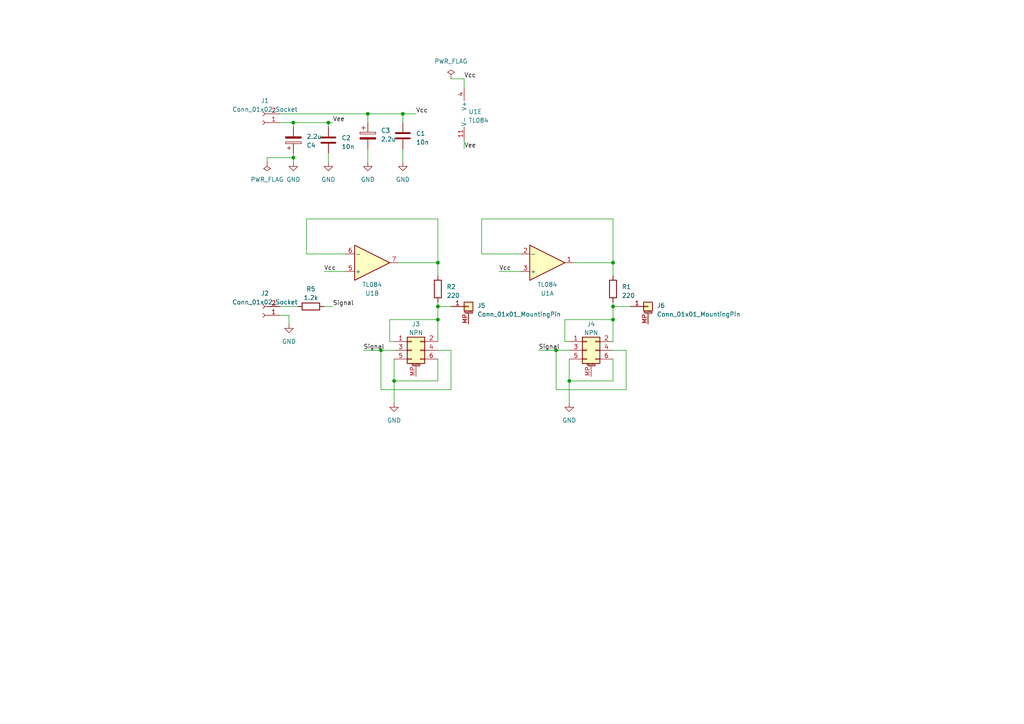
<source format=kicad_sch>
(kicad_sch (version 20230121) (generator eeschema)
  (paper "A4")
  (lib_symbols
    (symbol "Amplifier_Operational:TL084" (pin_names (offset 0.127))
      (property "Reference" "U" (at 0 5.08 0))
      (property "Value" "TL084" (at 0 -5.08 0))
      (symbol "TL084_1_1"
        (polyline (pts (xy -5.08 5.08) (xy 5.08 0) (xy -5.08 -5.08) (xy -5.08 5.08)) (stroke (width 0.254)) (fill (type background)))
        (pin output line (at 7.62 0 180) (length 2.54) (name "~") (number "1"))
        (pin input line (at -7.62 -2.54 0) (length 2.54) (name "-") (number "2"))
        (pin input line (at -7.62 2.54 0) (length 2.54) (name "+") (number "3"))
      )
      (symbol "TL084_2_1"
        (polyline (pts (xy -5.08 5.08) (xy 5.08 0) (xy -5.08 -5.08) (xy -5.08 5.08)) (stroke (width 0.254)) (fill (type background)))
        (pin input line (at -7.62 2.54 0) (length 2.54) (name "+") (number "5"))
        (pin input line (at -7.62 -2.54 0) (length 2.54) (name "-") (number "6"))
        (pin output line (at 7.62 0 180) (length 2.54) (name "~") (number "7"))
      )
      (symbol "TL084_3_1"
        (polyline (pts (xy -5.08 5.08) (xy 5.08 0) (xy -5.08 -5.08) (xy -5.08 5.08)) (stroke (width 0.254)) (fill (type background)))
        (pin input line (at -7.62 2.54 0) (length 2.54) (name "+") (number "10"))
        (pin output line (at 7.62 0 180) (length 2.54) (name "~") (number "8"))
        (pin input line (at -7.62 -2.54 0) (length 2.54) (name "-") (number "9"))
      )
      (symbol "TL084_4_1"
        (polyline (pts (xy -5.08 5.08) (xy 5.08 0) (xy -5.08 -5.08) (xy -5.08 5.08)) (stroke (width 0.254)) (fill (type background)))
        (pin input line (at -7.62 2.54 0) (length 2.54) (name "+") (number "12"))
        (pin input line (at -7.62 -2.54 0) (length 2.54) (name "-") (number "13"))
        (pin output line (at 7.62 0 180) (length 2.54) (name "~") (number "14"))
      )
      (symbol "TL084_5_1"
        (pin power_in line (at -2.54 -7.62 90) (length 3.81) (name "V-") (number "11"))
        (pin power_in line (at -2.54 7.62 270) (length 3.81) (name "V+") (number "4"))
      )
    )
    (symbol "Connector:Conn_01x02_Socket" (pin_names (offset 1.016) hide)
      (property "Reference" "J" (at 0 2.54 0))
      (property "Value" "Conn_01x02_Socket" (at 0 -5.08 0))
      (symbol "Conn_01x02_Socket_1_1"
        (arc (start 0 -2.032) (mid -0.5058 -2.54) (end 0 -3.048) (stroke (width 0.1524)))
        (polyline (pts (xy -1.27 -2.54) (xy -0.508 -2.54)) (stroke (width 0.1524)))
        (polyline (pts (xy -1.27 0) (xy -0.508 0)) (stroke (width 0.1524)))
        (arc (start 0 0.508) (mid -0.5058 0) (end 0 -0.508) (stroke (width 0.1524)))
        (pin passive line (at -5.08 0 0) (length 3.81) (name "Pin_1") (number "1"))
        (pin passive line (at -5.08 -2.54 0) (length 3.81) (name "Pin_2") (number "2"))
      )
    )
    (symbol "Connector_Generic_MountingPin:Conn_01x01_MountingPin" (pin_names (offset 1.016) hide)
      (property "Reference" "J" (at 0 2.54 0))
      (property "Value" "Conn_01x01_MountingPin" (at 1.27 -2.54 0))
      (symbol "Conn_01x01_MountingPin_1_1"
        (rectangle (start -1.27 0.127) (end 0 -0.127) (stroke (width 0.1524)))
        (rectangle (start -1.27 1.27) (end 1.27 -1.27) (stroke (width 0.254)) (fill (type background)))
        (polyline (pts (xy -1.016 -2.032) (xy 1.016 -2.032)) (stroke (width 0.1524)))
        (text "Mounting" (at 0 -1.651 0) (effects (font (size 0.381 0.381))))
        (pin passive line (at -5.08 0 0) (length 3.81) (name "Pin_1") (number "1"))
        (pin passive line (at 0 -5.08 90) (length 3.048) (name "MountPin") (number "MP"))
      )
    )
    (symbol "Connector_Generic_MountingPin:Conn_02x03_Odd_Even_MountingPin" (pin_names (offset 1.016) hide)
      (property "Reference" "J" (at 1.27 5.08 0))
      (property "Value" "Conn_02x03_Odd_Even_MountingPin" (at 2.54 -5.08 0))
      (symbol "Conn_02x03_Odd_Even_MountingPin_1_1"
        (rectangle (start -1.27 -2.413) (end 0 -2.667) (stroke (width 0.1524)))
        (rectangle (start -1.27 0.127) (end 0 -0.127) (stroke (width 0.1524)))
        (rectangle (start -1.27 2.667) (end 0 2.413) (stroke (width 0.1524)))
        (rectangle (start -1.27 3.81) (end 3.81 -3.81) (stroke (width 0.254)) (fill (type background)))
        (polyline (pts (xy 0.254 -4.572) (xy 2.286 -4.572)) (stroke (width 0.1524)))
        (rectangle (start 3.81 -2.413) (end 2.54 -2.667) (stroke (width 0.1524)))
        (rectangle (start 3.81 0.127) (end 2.54 -0.127) (stroke (width 0.1524)))
        (rectangle (start 3.81 2.667) (end 2.54 2.413) (stroke (width 0.1524)))
        (text "Mounting" (at 1.27 -4.191 0) (effects (font (size 0.381 0.381))))
        (pin passive line (at -5.08 2.54 0) (length 3.81) (name "Pin_1") (number "1"))
        (pin passive line (at 7.62 2.54 180) (length 3.81) (name "Pin_2") (number "2"))
        (pin passive line (at -5.08 0 0) (length 3.81) (name "Pin_3") (number "3"))
        (pin passive line (at 7.62 0 180) (length 3.81) (name "Pin_4") (number "4"))
        (pin passive line (at -5.08 -2.54 0) (length 3.81) (name "Pin_5") (number "5"))
        (pin passive line (at 7.62 -2.54 180) (length 3.81) (name "Pin_6") (number "6"))
        (pin passive line (at 1.27 -7.62 90) (length 3.048) (name "MountPin") (number "MP"))
      )
    )
    (symbol "Device:C" (pin_numbers hide) (pin_names (offset 0.254))
      (property "Reference" "C" (at 0.635 2.54 0))
      (property "Value" "C" (at 0.635 -2.54 0))
      (symbol "C_0_1"
        (polyline (pts (xy -2.032 -0.762) (xy 2.032 -0.762)) (stroke (width 0.508)))
        (polyline (pts (xy -2.032 0.762) (xy 2.032 0.762)) (stroke (width 0.508)))
      )
      (symbol "C_1_1"
        (pin passive line (at 0 3.81 270) (length 2.794) (name "~") (number "1"))
        (pin passive line (at 0 -3.81 90) (length 2.794) (name "~") (number "2"))
      )
    )
    (symbol "Device:C_Polarized" (pin_numbers hide) (pin_names (offset 0.254))
      (property "Reference" "C" (at 0.635 2.54 0))
      (property "Value" "C_Polarized" (at 0.635 -2.54 0))
      (symbol "C_Polarized_0_1"
        (rectangle (start -2.286 0.508) (end 2.286 1.016))
        (polyline (pts (xy -1.778 2.286) (xy -0.762 2.286)))
        (polyline (pts (xy -1.27 2.794) (xy -1.27 1.778)))
        (rectangle (start 2.286 -0.508) (end -2.286 -1.016) (fill (type outline)))
      )
      (symbol "C_Polarized_1_1"
        (pin passive line (at 0 3.81 270) (length 2.794) (name "~") (number "1"))
        (pin passive line (at 0 -3.81 90) (length 2.794) (name "~") (number "2"))
      )
    )
    (symbol "Device:R" (pin_numbers hide) (pin_names (offset 0))
      (property "Reference" "R" (at 2.032 0 90))
      (property "Value" "R" (at 0 0 90))
      (symbol "R_0_1"
        (rectangle (start -1.016 -2.54) (end 1.016 2.54) (stroke (width 0.254)))
      )
      (symbol "R_1_1"
        (pin passive line (at 0 3.81 270) (length 1.27) (name "~") (number "1"))
        (pin passive line (at 0 -3.81 90) (length 1.27) (name "~") (number "2"))
      )
    )
    (symbol "power:GND" (power) (pin_names (offset 0))
      (property "Value" "GND" (at 0 -3.81 0))
      (symbol "GND_0_1"
        (polyline (pts (xy 0 0) (xy 0 -1.27) (xy 1.27 -1.27) (xy 0 -2.54) (xy -1.27 -1.27) (xy 0 -1.27)))
      )
      (symbol "GND_1_1"
        (pin power_in line (at 0 0 270) (length 0) hide (name "GND") (number "1"))
      )
    )
    (symbol "power:PWR_FLAG" (power) (pin_numbers hide) (pin_names (offset 0) hide)
      (property "Value" "PWR_FLAG" (at 0 3.81 0))
      (symbol "PWR_FLAG_0_0"
        (pin power_out line (at 0 0 90) (length 0) (name "pwr") (number "1"))
      )
      (symbol "PWR_FLAG_0_1"
        (polyline (pts (xy 0 0) (xy 0 1.27) (xy -1.016 1.905) (xy 0 2.54) (xy 1.016 1.905) (xy 0 1.27)))
      )
    )
  )
  (junction (at 114.3 110.49))
  (junction (at 161.29 101.6))
  (junction (at 95.25 35.56))
  (junction (at 165.1 110.49))
  (junction (at 127 76.2))
  (junction (at 177.8 88.9))
  (junction (at 116.84 33.02))
  (junction (at 177.8 76.2))
  (junction (at 127 92.71))
  (junction (at 110.49 101.6))
  (junction (at 177.8 92.71))
  (junction (at 85.09 35.56))
  (junction (at 106.68 33.02))
  (junction (at 85.09 45.72))
  (junction (at 127 88.9))
  (wire (pts (xy 139.7 63.5) (xy 139.7 73.66)))
  (wire (pts (xy 106.68 33.02) (xy 106.68 35.56)))
  (wire (pts (xy 139.7 73.66) (xy 151.13 73.66)))
  (wire (pts (xy 114.3 110.49) (xy 127 110.49)))
  (wire (pts (xy 127 88.9) (xy 130.81 88.9)))
  (wire (pts (xy 93.98 78.74) (xy 100.33 78.74)))
  (wire (pts (xy 95.25 35.56) (xy 96.52 35.56)))
  (wire (pts (xy 95.25 44.45) (xy 95.25 46.99)))
  (wire (pts (xy 93.98 88.9) (xy 96.52 88.9)))
  (wire (pts (xy 114.3 110.49) (xy 114.3 116.84)))
  (wire (pts (xy 165.1 110.49) (xy 177.8 110.49)))
  (wire (pts (xy 88.9 63.5) (xy 88.9 73.66)))
  (wire (pts (xy 81.28 33.02) (xy 106.68 33.02)))
  (wire (pts (xy 116.84 43.18) (xy 116.84 46.99)))
  (wire (pts (xy 165.1 101.6) (xy 161.29 101.6)))
  (wire (pts (xy 165.1 104.14) (xy 165.1 110.49)))
  (wire (pts (xy 116.84 35.56) (xy 116.84 33.02)))
  (wire (pts (xy 134.62 22.86) (xy 134.62 25.4)))
  (wire (pts (xy 156.21 101.6) (xy 161.29 101.6)))
  (wire (pts (xy 165.1 99.06) (xy 163.83 99.06)))
  (wire (pts (xy 127 63.5) (xy 88.9 63.5)))
  (wire (pts (xy 83.82 91.44) (xy 83.82 93.98)))
  (wire (pts (xy 106.68 43.18) (xy 106.68 46.99)))
  (wire (pts (xy 163.83 99.06) (xy 163.83 92.71)))
  (wire (pts (xy 116.84 33.02) (xy 120.65 33.02)))
  (wire (pts (xy 85.09 35.56) (xy 95.25 35.56)))
  (wire (pts (xy 77.47 45.72) (xy 85.09 45.72)))
  (wire (pts (xy 85.09 44.45) (xy 85.09 45.72)))
  (wire (pts (xy 95.25 36.83) (xy 95.25 35.56)))
  (wire (pts (xy 110.49 113.03) (xy 130.81 113.03)))
  (wire (pts (xy 106.68 33.02) (xy 116.84 33.02)))
  (wire (pts (xy 77.47 46.99) (xy 77.47 45.72)))
  (wire (pts (xy 181.61 101.6) (xy 177.8 101.6)))
  (wire (pts (xy 113.03 92.71) (xy 127 92.71)))
  (wire (pts (xy 165.1 110.49) (xy 165.1 116.84)))
  (wire (pts (xy 88.9 73.66) (xy 100.33 73.66)))
  (wire (pts (xy 81.28 91.44) (xy 83.82 91.44)))
  (wire (pts (xy 85.09 35.56) (xy 85.09 36.83)))
  (wire (pts (xy 177.8 76.2) (xy 177.8 63.5)))
  (wire (pts (xy 177.8 92.71) (xy 177.8 99.06)))
  (wire (pts (xy 177.8 87.63) (xy 177.8 88.9)))
  (wire (pts (xy 81.28 35.56) (xy 85.09 35.56)))
  (wire (pts (xy 127 88.9) (xy 127 92.71)))
  (wire (pts (xy 144.78 78.74) (xy 151.13 78.74)))
  (wire (pts (xy 85.09 45.72) (xy 85.09 46.99)))
  (wire (pts (xy 110.49 101.6) (xy 110.49 113.03)))
  (wire (pts (xy 161.29 101.6) (xy 161.29 113.03)))
  (wire (pts (xy 177.8 88.9) (xy 177.8 92.71)))
  (wire (pts (xy 130.81 113.03) (xy 130.81 101.6)))
  (wire (pts (xy 166.37 76.2) (xy 177.8 76.2)))
  (wire (pts (xy 127 92.71) (xy 127 99.06)))
  (wire (pts (xy 134.62 40.64) (xy 134.62 43.18)))
  (wire (pts (xy 127 76.2) (xy 127 63.5)))
  (wire (pts (xy 127 87.63) (xy 127 88.9)))
  (wire (pts (xy 177.8 76.2) (xy 177.8 80.01)))
  (wire (pts (xy 127 76.2) (xy 127 80.01)))
  (wire (pts (xy 177.8 63.5) (xy 139.7 63.5)))
  (wire (pts (xy 127 104.14) (xy 127 110.49)))
  (wire (pts (xy 161.29 113.03) (xy 181.61 113.03)))
  (wire (pts (xy 105.41 101.6) (xy 110.49 101.6)))
  (wire (pts (xy 81.28 88.9) (xy 86.36 88.9)))
  (wire (pts (xy 163.83 92.71) (xy 177.8 92.71)))
  (wire (pts (xy 114.3 99.06) (xy 113.03 99.06)))
  (wire (pts (xy 113.03 99.06) (xy 113.03 92.71)))
  (wire (pts (xy 181.61 113.03) (xy 181.61 101.6)))
  (wire (pts (xy 177.8 104.14) (xy 177.8 110.49)))
  (wire (pts (xy 114.3 104.14) (xy 114.3 110.49)))
  (wire (pts (xy 115.57 76.2) (xy 127 76.2)))
  (wire (pts (xy 114.3 101.6) (xy 110.49 101.6)))
  (wire (pts (xy 130.81 22.86) (xy 134.62 22.86)))
  (wire (pts (xy 177.8 88.9) (xy 182.88 88.9)))
  (wire (pts (xy 130.81 101.6) (xy 127 101.6)))
  (label "Vee" (at 96.52 35.56 0))
  (label "Vcc" (at 120.65 33.02 0))
  (label "Vcc" (at 144.78 78.74 0))
  (label "Signal" (at 105.41 101.6 0))
  (label "Vcc" (at 134.62 22.86 0))
  (label "Signal" (at 156.21 101.6 0))
  (label "Vee" (at 134.62 43.18 0))
  (label "Signal" (at 96.52 88.9 0))
  (label "Vcc" (at 93.98 78.74 0))
  (symbol (lib_id "Device:R") (at 177.8 83.82 0) (unit 1)
    (property "Reference" "R1" (at 180.34 83.185 0) (effects (justify left)))
    (property "Value" "220" (at 180.34 85.725 0) (effects (justify left)))
    (property "Footprint" "Resistor_THT:R_Axial_DIN0207_L6.3mm_D2.5mm_P10.16mm_Horizontal" (effects hide))
  )
  (symbol (lib_id "power:PWR_FLAG") (at 77.47 46.99 0) (mirror x) (unit 1)
    (property "Reference" "#FLG01" (effects hide))
    (property "Value" "PWR_FLAG" (at 77.47 52.07 0))
  )
  (symbol (lib_id "Connector:Conn_01x02_Socket") (at 76.2 35.56 180) (unit 1)
    (property "Reference" "J1" (at 76.835 29.21 0))
    (property "Value" "Conn_01x02_Socket" (at 76.835 31.75 0))
    (property "Footprint" "Connector_PinSocket_2.54mm:PinSocket_1x02_P2.54mm_Vertical" (effects hide))
  )
  (symbol (lib_id "power:GND") (at 95.25 46.99 0) (unit 1)
    (property "Reference" "#PWR02" (effects hide))
    (property "Value" "GND" (at 95.25 52.07 0))
  )
  (symbol (lib_id "power:GND") (at 85.09 46.99 0) (unit 1)
    (property "Reference" "#PWR01" (effects hide))
    (property "Value" "GND" (at 85.09 52.07 0))
  )
  (symbol (lib_id "Device:C_Polarized") (at 106.68 39.37 0) (unit 1)
    (property "Reference" "C3" (at 110.49 37.846 0) (effects (justify left)))
    (property "Value" "2.2u" (at 110.49 40.386 0) (effects (justify left)))
    (property "Footprint" "Capacitor_THT:C_Radial_D6.3mm_H5.0mm_P2.50mm" (effects hide))
  )
  (symbol (lib_id "Connector:Conn_01x02_Socket") (at 76.2 91.44 180) (unit 1)
    (property "Reference" "J2" (at 76.835 85.09 0))
    (property "Value" "Conn_01x02_Socket" (at 76.835 87.63 0))
    (property "Footprint" "Connector_PinSocket_2.54mm:PinSocket_1x02_P2.54mm_Vertical" (effects hide))
  )
  (symbol (lib_id "Connector_Generic_MountingPin:Conn_02x03_Odd_Even_MountingPin") (at 119.38 101.6 0) (unit 1)
    (property "Reference" "J3" (at 120.65 93.98 0))
    (property "Value" "NPN" (at 120.65 96.52 0))
    (property "Footprint" "Connector_PinSocket_2.54mm:PinSocket_2x03_P2.54mm_Vertical" (effects hide))
  )
  (symbol (lib_id "Connector_Generic_MountingPin:Conn_01x01_MountingPin") (at 187.96 88.9 0) (unit 1)
    (property "Reference" "J6" (at 190.5 88.6206 0) (effects (justify left)))
    (property "Value" "Conn_01x01_MountingPin" (at 190.5 91.1606 0) (effects (justify left)))
    (property "Footprint" "Connector_PinHeader_2.54mm:PinHeader_1x01_P2.54mm_Vertical" (effects hide))
  )
  (symbol (lib_id "Device:R") (at 90.17 88.9 90) (unit 1)
    (property "Reference" "R5" (at 90.17 83.82 90))
    (property "Value" "1.2k" (at 90.17 86.36 90))
    (property "Footprint" "Resistor_THT:R_Axial_DIN0207_L6.3mm_D2.5mm_P10.16mm_Horizontal" (effects hide))
  )
  (symbol (lib_id "Amplifier_Operational:TL084") (at 158.75 76.2 0) (mirror x) (unit 1)
    (property "Reference" "U1" (at 158.75 85.09 0))
    (property "Value" "TL084" (at 158.75 82.55 0))
    (property "Footprint" "Package_DIP:DIP-14_W7.62mm_Socket" (effects hide))
    (property "Datasheet" "http://www.ti.com/lit/ds/symlink/tl081.pdf" (effects hide))
  )
  (symbol (lib_id "Connector_Generic_MountingPin:Conn_02x03_Odd_Even_MountingPin") (at 170.18 101.6 0) (unit 1)
    (property "Reference" "J4" (at 171.45 93.98 0))
    (property "Value" "NPN" (at 171.45 96.52 0))
    (property "Footprint" "Connector_PinSocket_2.54mm:PinSocket_2x03_P2.54mm_Vertical" (effects hide))
  )
  (symbol (lib_id "power:GND") (at 114.3 116.84 0) (unit 1)
    (property "Reference" "#PWR05" (effects hide))
    (property "Value" "GND" (at 114.3 121.92 0))
  )
  (symbol (lib_id "Device:R") (at 127 83.82 0) (unit 1)
    (property "Reference" "R2" (at 129.54 83.185 0) (effects (justify left)))
    (property "Value" "220" (at 129.54 85.725 0) (effects (justify left)))
    (property "Footprint" "Resistor_THT:R_Axial_DIN0207_L6.3mm_D2.5mm_P10.16mm_Horizontal" (effects hide))
  )
  (symbol (lib_id "power:GND") (at 106.68 46.99 0) (unit 1)
    (property "Reference" "#PWR03" (effects hide))
    (property "Value" "GND" (at 106.68 52.07 0))
  )
  (symbol (lib_id "power:GND") (at 165.1 116.84 0) (unit 1)
    (property "Reference" "#PWR06" (effects hide))
    (property "Value" "GND" (at 165.1 121.92 0))
  )
  (symbol (lib_id "power:GND") (at 116.84 46.99 0) (unit 1)
    (property "Reference" "#PWR04" (effects hide))
    (property "Value" "GND" (at 116.84 52.07 0))
  )
  (symbol (lib_id "Amplifier_Operational:TL084") (at 137.16 33.02 0) (unit 5)
    (property "Reference" "U1" (at 135.89 32.385 0) (effects (justify left)))
    (property "Value" "TL084" (at 135.89 34.925 0) (effects (justify left)))
    (property "Footprint" "Package_DIP:DIP-14_W7.62mm_Socket" (effects hide))
    (property "Datasheet" "http://www.ti.com/lit/ds/symlink/tl081.pdf" (effects hide))
  )
  (symbol (lib_id "power:PWR_FLAG") (at 130.81 22.86 0) (unit 1) (in_bom no)
    (property "Reference" "#FLG02" (effects hide))
    (property "Value" "PWR_FLAG" (at 130.81 17.78 0))
    (property "Sim.Enable" "0" (effects hide))
  )
  (symbol (lib_id "power:GND") (at 83.82 93.98 0) (unit 1)
    (property "Reference" "#PWR07" (effects hide))
    (property "Value" "GND" (at 83.82 99.06 0))
  )
  (symbol (lib_id "Connector_Generic_MountingPin:Conn_01x01_MountingPin") (at 135.89 88.9 0) (unit 1)
    (property "Reference" "J5" (at 138.43 88.6206 0) (effects (justify left)))
    (property "Value" "Conn_01x01_MountingPin" (at 138.43 91.1606 0) (effects (justify left)))
    (property "Footprint" "Connector_PinHeader_2.54mm:PinHeader_1x01_P2.54mm_Vertical" (effects hide))
  )
  (symbol (lib_id "Amplifier_Operational:TL084") (at 107.95 76.2 0) (mirror x) (unit 2)
    (property "Reference" "U1" (at 107.95 85.09 0))
    (property "Value" "TL084" (at 107.95 82.55 0))
    (property "Footprint" "Package_DIP:DIP-14_W7.62mm_Socket" (effects hide))
    (property "Datasheet" "http://www.ti.com/lit/ds/symlink/tl081.pdf" (effects hide))
  )
  (symbol (lib_id "Device:C_Polarized") (at 85.09 40.64 0) (mirror x) (unit 1)
    (property "Reference" "C4" (at 88.9 42.164 0) (effects (justify left)))
    (property "Value" "2.2u" (at 88.9 39.624 0) (effects (justify left)))
    (property "Footprint" "Capacitor_THT:C_Radial_D6.3mm_H5.0mm_P2.50mm" (effects hide))
  )
  (symbol (lib_id "Device:C") (at 95.25 40.64 0) (unit 1)
    (property "Reference" "C2" (at 99.06 40.005 0) (effects (justify left)))
    (property "Value" "10n" (at 99.06 42.545 0) (effects (justify left)))
    (property "Footprint" "Capacitor_THT:C_Disc_D5.0mm_W2.5mm_P2.50mm" (effects hide))
  )
  (symbol (lib_id "Device:C") (at 116.84 39.37 0) (unit 1)
    (property "Reference" "C1" (at 120.65 38.735 0) (effects (justify left)))
    (property "Value" "10n" (at 120.65 41.275 0) (effects (justify left)))
    (property "Footprint" "Capacitor_THT:C_Disc_D5.0mm_W2.5mm_P2.50mm" (effects hide))
  )
)
</source>
